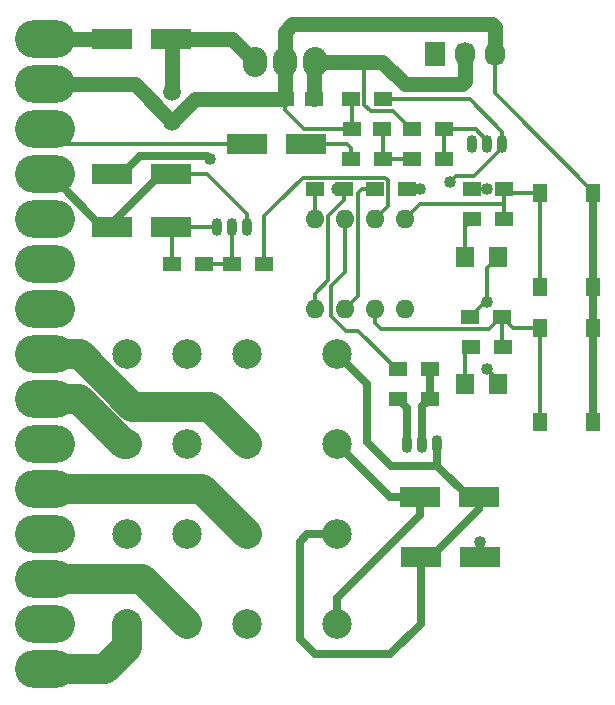
<source format=gtl>
G04 #@! TF.FileFunction,Copper,L1,Top,Signal*
%FSLAX46Y46*%
G04 Gerber Fmt 4.6, Leading zero omitted, Abs format (unit mm)*
G04 Created by KiCad (PCBNEW (2015-10-14 BZR 6269)-product) date Thursday, October 15, 2015 'PMt' 05:26:15 PM*
%MOMM*%
G01*
G04 APERTURE LIST*
%ADD10C,0.100000*%
%ADD11C,2.500000*%
%ADD12O,5.080000X3.175000*%
%ADD13R,1.500000X1.250000*%
%ADD14C,1.501140*%
%ADD15R,3.500120X1.800860*%
%ADD16R,1.597660X1.800860*%
%ADD17O,1.600000X1.600000*%
%ADD18R,1.727200X2.032000*%
%ADD19O,1.727200X2.032000*%
%ADD20O,0.899160X1.501140*%
%ADD21R,1.500000X1.300000*%
%ADD22R,1.300000X1.550000*%
%ADD23O,2.032000X2.540000*%
%ADD24C,1.016000*%
%ADD25C,0.304800*%
%ADD26C,1.270000*%
%ADD27C,0.635000*%
%ADD28C,2.540000*%
G04 APERTURE END LIST*
D10*
D11*
X107950000Y-85725000D03*
X113030000Y-85725000D03*
X118110000Y-85725000D03*
X125730000Y-85725000D03*
X125730000Y-78105000D03*
X118110000Y-78105000D03*
X113030000Y-78105000D03*
X107950000Y-78105000D03*
X107950000Y-100965000D03*
X113030000Y-100965000D03*
X118110000Y-100965000D03*
X125730000Y-100965000D03*
X125730000Y-93345000D03*
X118110000Y-93345000D03*
X113030000Y-93345000D03*
X107950000Y-93345000D03*
D12*
X100965000Y-51435000D03*
X100965000Y-55245000D03*
X100965000Y-59055000D03*
X100965000Y-62865000D03*
X100965000Y-66675000D03*
X100965000Y-70485000D03*
X100965000Y-74295000D03*
X100965000Y-78105000D03*
X100965000Y-81915000D03*
X100965000Y-85725000D03*
X100965000Y-89535000D03*
X100965000Y-93345000D03*
X100965000Y-97155000D03*
X100965000Y-100965000D03*
X100965000Y-104775000D03*
D13*
X129520000Y-59055000D03*
X127020000Y-59055000D03*
D14*
X111760000Y-58420000D03*
X111760000Y-55880000D03*
D13*
X123785000Y-56515000D03*
X121285000Y-56515000D03*
X126325000Y-64135000D03*
X123825000Y-64135000D03*
D15*
X132715000Y-90170000D03*
X137713720Y-90170000D03*
X132796280Y-95250000D03*
X137795000Y-95250000D03*
X118110000Y-60325000D03*
X123108720Y-60325000D03*
X111678720Y-51435000D03*
X106680000Y-51435000D03*
D16*
X139364720Y-69850000D03*
X136525000Y-69850000D03*
X139364720Y-80645000D03*
X136525000Y-80645000D03*
D15*
X106680000Y-62865000D03*
X111678720Y-62865000D03*
X106680000Y-67310000D03*
X111678720Y-67310000D03*
D17*
X123825000Y-74295000D03*
X126365000Y-74295000D03*
X128905000Y-74295000D03*
X131445000Y-74295000D03*
X131445000Y-66675000D03*
X128905000Y-66675000D03*
X126365000Y-66675000D03*
X123825000Y-66675000D03*
D18*
X133985000Y-52705000D03*
D19*
X136525000Y-52705000D03*
X139065000Y-52705000D03*
D20*
X132937555Y-85682351D03*
X134207555Y-85682351D03*
X131667555Y-85682351D03*
X138430000Y-60325000D03*
X139700000Y-60325000D03*
X137160000Y-60325000D03*
X116840000Y-67310000D03*
X118110000Y-67310000D03*
X115570000Y-67310000D03*
D21*
X133572555Y-81872351D03*
X130872555Y-81872351D03*
X129620000Y-61595000D03*
X126920000Y-61595000D03*
X130872555Y-79332351D03*
X133572555Y-79332351D03*
X134780000Y-61595000D03*
X132080000Y-61595000D03*
X132080000Y-59055000D03*
X134780000Y-59055000D03*
X126920000Y-56515000D03*
X129620000Y-56515000D03*
X137160000Y-64135000D03*
X139860000Y-64135000D03*
X137160000Y-66675000D03*
X139860000Y-66675000D03*
X137000000Y-74930000D03*
X139700000Y-74930000D03*
X137080000Y-77470000D03*
X139780000Y-77470000D03*
X131605000Y-64135000D03*
X128905000Y-64135000D03*
X114460000Y-70485000D03*
X111760000Y-70485000D03*
X119540000Y-70485000D03*
X116840000Y-70485000D03*
D22*
X147375000Y-72390000D03*
X142875000Y-72390000D03*
X142875000Y-64440000D03*
X147375000Y-64440000D03*
X147375000Y-83820000D03*
X142875000Y-83820000D03*
X142875000Y-75870000D03*
X147375000Y-75870000D03*
D23*
X121285000Y-53340000D03*
X123825000Y-53340000D03*
X118745000Y-53340000D03*
D24*
X137795000Y-93980000D03*
X114935000Y-61595000D03*
X125730000Y-64135000D03*
X138401998Y-64135000D03*
X138430000Y-73660000D03*
X138430000Y-79375000D03*
X135255000Y-63500000D03*
X132715000Y-64135000D03*
D25*
X132080000Y-61595000D02*
X129620000Y-61595000D01*
X129620000Y-61595000D02*
X129620000Y-59155000D01*
X129620000Y-59155000D02*
X129520000Y-59055000D01*
X140335000Y-57275000D02*
X139065000Y-56005000D01*
X139065000Y-56005000D02*
X139065000Y-52705000D01*
X147375000Y-64440000D02*
X147375000Y-64315000D01*
X147375000Y-64315000D02*
X140335000Y-57275000D01*
X121285000Y-56515000D02*
X121285000Y-57444800D01*
X121285000Y-57444800D02*
X122895200Y-59055000D01*
X122895200Y-59055000D02*
X125965200Y-59055000D01*
X125965200Y-59055000D02*
X127020000Y-59055000D01*
D26*
X138811000Y-50165000D02*
X121920000Y-50165000D01*
X121920000Y-50165000D02*
X121285000Y-50800000D01*
X121285000Y-50800000D02*
X121285000Y-53340000D01*
X139065000Y-52705000D02*
X139065000Y-50419000D01*
X139065000Y-50419000D02*
X138811000Y-50165000D01*
D27*
X137795000Y-93980000D02*
X137795000Y-95250000D01*
D25*
X123825000Y-66675000D02*
X123825000Y-64135000D01*
D27*
X147375000Y-72390000D02*
X147375000Y-64440000D01*
X147375000Y-75870000D02*
X147375000Y-72390000D01*
X147375000Y-83820000D02*
X147375000Y-75870000D01*
X131667555Y-85682351D02*
X131667555Y-82667351D01*
X131667555Y-82667351D02*
X130872555Y-81872351D01*
D25*
X111678720Y-67310000D02*
X115570000Y-67310000D01*
X111760000Y-70485000D02*
X111760000Y-67391280D01*
X111760000Y-67391280D02*
X111678720Y-67310000D01*
X127020000Y-59055000D02*
X127020000Y-56615000D01*
X127020000Y-56615000D02*
X126920000Y-56515000D01*
D26*
X121285000Y-56515000D02*
X113665000Y-56515000D01*
X113665000Y-56515000D02*
X111760000Y-58420000D01*
X121285000Y-56515000D02*
X121285000Y-53340000D01*
X111760000Y-58420000D02*
X108585000Y-55245000D01*
X108585000Y-55245000D02*
X100965000Y-55245000D01*
D27*
X106680000Y-62865000D02*
X107529630Y-62865000D01*
X107529630Y-62865000D02*
X109065060Y-61329570D01*
X109065060Y-61329570D02*
X114669570Y-61329570D01*
X114669570Y-61329570D02*
X114935000Y-61595000D01*
X132715000Y-90170000D02*
X130175000Y-90170000D01*
X130175000Y-90170000D02*
X125730000Y-85725000D01*
X132715000Y-90170000D02*
X132715000Y-91705430D01*
X132715000Y-91705430D02*
X125730000Y-98690430D01*
X125730000Y-98690430D02*
X125730000Y-99197234D01*
X125730000Y-99197234D02*
X125730000Y-100965000D01*
D26*
X111760000Y-55880000D02*
X111760000Y-51516280D01*
X111760000Y-51516280D02*
X111678720Y-51435000D01*
X111678720Y-51435000D02*
X116840000Y-51435000D01*
X116840000Y-51435000D02*
X118745000Y-53340000D01*
D25*
X126325000Y-64135000D02*
X125730000Y-64135000D01*
D26*
X129540000Y-53340000D02*
X127861677Y-53340000D01*
X127861677Y-53340000D02*
X123825000Y-53340000D01*
D25*
X132080000Y-59055000D02*
X131980000Y-59055000D01*
X128022401Y-53500724D02*
X127861677Y-53340000D01*
X131980000Y-59055000D02*
X130442401Y-57517401D01*
X130442401Y-57517401D02*
X128588079Y-57517401D01*
X128588079Y-57517401D02*
X128022401Y-56951723D01*
X128022401Y-56951723D02*
X128022401Y-53500724D01*
D26*
X131445000Y-55245000D02*
X129540000Y-53340000D01*
X136271000Y-55245000D02*
X131445000Y-55245000D01*
X136525000Y-52705000D02*
X136525000Y-54991000D01*
X136525000Y-54991000D02*
X136271000Y-55245000D01*
D25*
X137160000Y-64135000D02*
X138401998Y-64135000D01*
X124977401Y-66412399D02*
X126325000Y-65064800D01*
X123825000Y-72946090D02*
X124977401Y-71793689D01*
X126325000Y-65064800D02*
X126325000Y-64135000D01*
X124977401Y-71793689D02*
X124977401Y-66412399D01*
X123825000Y-74295000D02*
X123825000Y-72946090D01*
X138430000Y-73660000D02*
X138430000Y-70784720D01*
X138430000Y-70784720D02*
X139364720Y-69850000D01*
X138430000Y-73660000D02*
X138270000Y-73660000D01*
X138270000Y-73660000D02*
X137000000Y-74930000D01*
X139364720Y-80645000D02*
X139364720Y-80309720D01*
X139364720Y-80309720D02*
X138430000Y-79375000D01*
D26*
X123785000Y-56515000D02*
X123785000Y-53380000D01*
X123785000Y-53380000D02*
X123825000Y-53340000D01*
D27*
X128270000Y-85491930D02*
X128270000Y-80645000D01*
X128270000Y-80645000D02*
X125730000Y-78105000D01*
X130291535Y-87513465D02*
X128270000Y-85491930D01*
X134207555Y-87513465D02*
X130291535Y-87513465D01*
X123190000Y-93345000D02*
X125730000Y-93345000D01*
X122555000Y-93980000D02*
X123190000Y-93345000D01*
X122555000Y-95250000D02*
X122555000Y-93980000D01*
X122555000Y-102235000D02*
X122555000Y-95250000D01*
X123825000Y-103505000D02*
X122555000Y-102235000D01*
X130175000Y-103505000D02*
X123825000Y-103505000D01*
X132796280Y-100883720D02*
X130175000Y-103505000D01*
X132796280Y-95250000D02*
X132796280Y-100883720D01*
X137713720Y-90170000D02*
X136864090Y-90170000D01*
X136864090Y-90170000D02*
X134207555Y-87513465D01*
X134207555Y-87513465D02*
X134207555Y-87067921D01*
X134207555Y-87067921D02*
X134207555Y-85682351D01*
X132796280Y-95250000D02*
X133645910Y-95250000D01*
X133645910Y-95250000D02*
X137713720Y-91182190D01*
X137713720Y-91182190D02*
X137713720Y-90170000D01*
D25*
X118110000Y-60325000D02*
X102235000Y-60325000D01*
X102235000Y-60325000D02*
X100965000Y-59055000D01*
X123108720Y-60325000D02*
X126604800Y-60325000D01*
X126604800Y-60325000D02*
X126920000Y-60640200D01*
X126920000Y-60640200D02*
X126920000Y-61595000D01*
D26*
X100965000Y-51435000D02*
X106680000Y-51435000D01*
D25*
X136525000Y-69850000D02*
X136525000Y-67310000D01*
X136525000Y-67310000D02*
X137160000Y-66675000D01*
X136525000Y-80645000D02*
X136525000Y-78025000D01*
X136525000Y-78025000D02*
X137080000Y-77470000D01*
X118110000Y-67310000D02*
X118110000Y-66254630D01*
X118110000Y-66254630D02*
X114720370Y-62865000D01*
X113733580Y-62865000D02*
X111678720Y-62865000D01*
X114720370Y-62865000D02*
X113733580Y-62865000D01*
D27*
X106680000Y-67310000D02*
X105830370Y-67310000D01*
X105830370Y-67310000D02*
X101385370Y-62865000D01*
X101385370Y-62865000D02*
X100965000Y-62865000D01*
X111678720Y-62865000D02*
X110829090Y-62865000D01*
X110829090Y-62865000D02*
X106680000Y-67014090D01*
X106680000Y-67014090D02*
X106680000Y-67310000D01*
D25*
X128905000Y-64135000D02*
X127850200Y-64135000D01*
X127850200Y-64135000D02*
X127517401Y-64467799D01*
X127517401Y-64467799D02*
X127517401Y-73142599D01*
X127517401Y-73142599D02*
X127164999Y-73495001D01*
X127164999Y-73495001D02*
X126365000Y-74295000D01*
X142875000Y-75870000D02*
X142875000Y-83820000D01*
X142875000Y-75870000D02*
X140640000Y-75870000D01*
X140640000Y-75870000D02*
X139700000Y-74930000D01*
X139700000Y-74930000D02*
X139700000Y-77390000D01*
X139700000Y-77390000D02*
X139780000Y-77470000D01*
X128905000Y-74295000D02*
X128905000Y-75426370D01*
X128905000Y-75426370D02*
X129411031Y-75932401D01*
X129411031Y-75932401D02*
X138597599Y-75932401D01*
X138597599Y-75932401D02*
X139600000Y-74930000D01*
X139600000Y-74930000D02*
X139700000Y-74930000D01*
X135255000Y-63500000D02*
X135762999Y-62992001D01*
X135762999Y-62992001D02*
X137333989Y-62992001D01*
X137333989Y-62992001D02*
X139700000Y-60625990D01*
X139700000Y-60625990D02*
X139700000Y-60325000D01*
X139700000Y-60325000D02*
X139700000Y-59269630D01*
X139700000Y-59269630D02*
X136945370Y-56515000D01*
X136945370Y-56515000D02*
X130674800Y-56515000D01*
X130674800Y-56515000D02*
X129620000Y-56515000D01*
X139860000Y-65341116D02*
X139860000Y-66675000D01*
X139860000Y-64135000D02*
X139860000Y-65341116D01*
X139860000Y-65341116D02*
X132778884Y-65341116D01*
X132778884Y-65341116D02*
X131445000Y-66675000D01*
X142875000Y-64440000D02*
X140165000Y-64440000D01*
X140165000Y-64440000D02*
X139860000Y-64135000D01*
X142875000Y-72390000D02*
X142875000Y-64440000D01*
X120650000Y-65300678D02*
X119540000Y-66410678D01*
X119540000Y-66410678D02*
X119540000Y-70485000D01*
X130007401Y-63332401D02*
X129807599Y-63132599D01*
X129807599Y-63132599D02*
X122818079Y-63132599D01*
X122818079Y-63132599D02*
X120650000Y-65300678D01*
X128905000Y-66675000D02*
X130007401Y-65572599D01*
X130007401Y-65572599D02*
X130007401Y-63332401D01*
X125212599Y-72272401D02*
X126365000Y-71120000D01*
X126365000Y-71120000D02*
X126365000Y-66675000D01*
X126441643Y-76077197D02*
X125212599Y-74848153D01*
X127517401Y-76077197D02*
X126441643Y-76077197D01*
X125212599Y-74848153D02*
X125212599Y-72272401D01*
X130872555Y-79332351D02*
X130772555Y-79332351D01*
X130772555Y-79332351D02*
X127517401Y-76077197D01*
D28*
X103859438Y-81915000D02*
X100965000Y-81915000D01*
X107669438Y-85725000D02*
X103859438Y-81915000D01*
X107950000Y-85725000D02*
X107669438Y-85725000D01*
X108369398Y-82550000D02*
X114935000Y-82550000D01*
X114935000Y-82550000D02*
X118110000Y-85725000D01*
X100965000Y-78105000D02*
X103924398Y-78105000D01*
X103924398Y-78105000D02*
X108369398Y-82550000D01*
X106045000Y-104775000D02*
X100965000Y-104775000D01*
X107950000Y-102870000D02*
X106045000Y-104775000D01*
X107950000Y-100965000D02*
X107950000Y-102870000D01*
X113030000Y-100965000D02*
X109220000Y-97155000D01*
X109220000Y-97155000D02*
X100965000Y-97155000D01*
X100965000Y-89535000D02*
X114300000Y-89535000D01*
X114300000Y-89535000D02*
X118110000Y-93345000D01*
D25*
X132715000Y-64135000D02*
X131605000Y-64135000D01*
D27*
X133572555Y-81872351D02*
X133572555Y-79332351D01*
X132937555Y-85682351D02*
X132937555Y-82507351D01*
X132937555Y-82507351D02*
X133572555Y-81872351D01*
D25*
X134780000Y-59055000D02*
X137460990Y-59055000D01*
X137460990Y-59055000D02*
X138430000Y-60024010D01*
X138430000Y-60024010D02*
X138430000Y-60325000D01*
X134780000Y-61595000D02*
X134780000Y-59055000D01*
X116840000Y-70485000D02*
X114460000Y-70485000D01*
X116840000Y-70485000D02*
X116840000Y-67310000D01*
M02*

</source>
